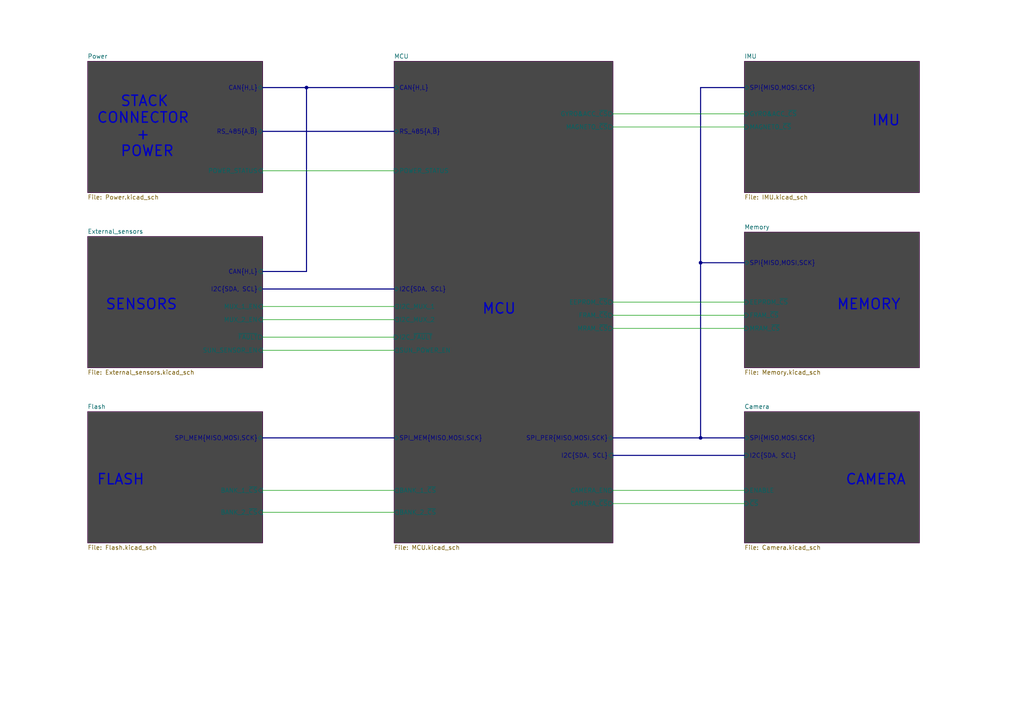
<source format=kicad_sch>
(kicad_sch (version 20211123) (generator eeschema)
  (paper "A4")
  (title_block (title "BUTCube - Flight controller") (date "2022-03-11") (rev "v1.0") (comment 1 "Author: Petr Malaník"))
  (lib_symbols)
  (junction (at 88.9 25.4))
  (junction (at 203.2 127))
  (junction (at 203.2 76.2))
  (wire (pts (xy 177.8 33.02) (xy 215.9 33.02)))
  (bus (pts (xy 177.8 132.08) (xy 215.9 132.08)))
  (bus (pts (xy 203.2 76.2) (xy 203.2 25.4)))
  (bus (pts (xy 88.9 25.4) (xy 88.9 78.74)))
  (bus (pts (xy 203.2 127) (xy 203.2 76.2)))
  (bus (pts (xy 76.2 25.4) (xy 88.9 25.4)))
  (wire (pts (xy 76.2 49.53) (xy 114.3 49.53)))
  (wire (pts (xy 177.8 91.44) (xy 215.9 91.44)))
  (bus (pts (xy 177.8 127) (xy 203.2 127)))
  (wire (pts (xy 177.8 36.83) (xy 215.9 36.83)))
  (wire (pts (xy 76.2 148.59) (xy 114.3 148.59)))
  (wire (pts (xy 76.2 88.9) (xy 114.3 88.9)))
  (bus (pts (xy 88.9 25.4) (xy 114.3 25.4)))
  (bus (pts (xy 76.2 127) (xy 114.3 127)))
  (bus (pts (xy 203.2 76.2) (xy 215.9 76.2)))
  (wire (pts (xy 177.8 95.25) (xy 215.9 95.25)))
  (bus (pts (xy 76.2 38.1) (xy 114.3 38.1)))
  (wire (pts (xy 177.8 87.63) (xy 215.9 87.63)))
  (wire (pts (xy 177.8 146.05) (xy 215.9 146.05)))
  (wire (pts (xy 76.2 142.24) (xy 114.3 142.24)))
  (bus (pts (xy 76.2 83.82) (xy 114.3 83.82)))
  (bus (pts (xy 76.2 78.74) (xy 88.9 78.74)))
  (wire (pts (xy 76.2 92.71) (xy 114.3 92.71)))
  (wire (pts (xy 76.2 101.6) (xy 114.3 101.6)))
  (wire (pts (xy 76.2 97.79) (xy 114.3 97.79)))
  (bus (pts (xy 203.2 25.4) (xy 215.9 25.4)))
  (bus (pts (xy 203.2 127) (xy 215.9 127)))
  (wire (pts (xy 177.8 142.24) (xy 215.9 142.24)))
  (text "MCU" (at 139.7 91.44 0) (effects (font (size 3 3) (thickness 0.4) bold) (justify left bottom)))
  (text "SENSORS" (at 30.48 90.17 0) (effects (font (size 3 3) (thickness 0.4) bold) (justify left bottom)))
  (text "CAMERA" (at 245.11 140.97 0) (effects (font (size 3 3) (thickness 0.4) bold) (justify left bottom)))
  (text "   STACK\nCONNECTOR\n     +\n   POWER" (at 27.94 45.72 0) (effects (font (size 3 3) (thickness 0.4) bold) (justify left bottom)))
  (text "IMU" (at 252.73 36.83 0) (effects (font (size 3 3) (thickness 0.4) bold) (justify left bottom)))
  (text "MEMORY" (at 242.57 90.17 0) (effects (font (size 3 3) (thickness 0.4) bold) (justify left bottom)))
  (text "FLASH" (at 27.94 140.97 0) (effects (font (size 3 3) (thickness 0.4) bold) (justify left bottom)))
  (sheet (at 215.9 119.38) (size 50.8 38.1) (stroke (width 0.1524) (color 72 0 72 1)) (fill (color 72 72 72 1.0000))
    (property "Sheet name" "Camera" (at 215.9 118.6684 0) (effects (justify left bottom)))
    (property "Sheet file" "Camera.kicad_sch" (at 215.9 158.0646 0) (effects (justify left top)))
    (pin "SPI{MISO,MOSI,SCK}" bidirectional (at 215.9 127 180))
    (pin "ENABLE" input (at 215.9 142.24 180))
    (pin "I2C{SDA, SCL}" input (at 215.9 132.08 180))
    (pin "~{CS}" input (at 215.9 146.05 180))
  )
  (sheet (at 215.9 67.31) (size 50.8 39.37) (stroke (width 0.1524) (color 72 0 72 1)) (fill (color 72 72 72 1.0000))
    (property "Sheet name" "Memory" (at 215.9 66.5984 0) (effects (justify left bottom)))
    (property "Sheet file" "Memory.kicad_sch" (at 215.9 107.2646 0) (effects (justify left top)))
    (pin "SPI{MISO,MOSI,SCK}" bidirectional (at 215.9 76.2 180))
    (pin "FRAM_~{CS}" input (at 215.9 91.44 180))
    (pin "MRAM_~{CS}" input (at 215.9 95.25 180))
    (pin "EEPROM_~{CS}" input (at 215.9 87.63 180))
  )
  (sheet (at 25.4 119.38) (size 50.8 38.1) (stroke (width 0.1524) (color 72 0 72 1)) (fill (color 72 72 72 1.0000))
    (property "Sheet name" "Flash" (at 25.4 118.6684 0) (effects (justify left bottom)))
    (property "Sheet file" "Flash.kicad_sch" (at 25.4 158.0646 0) (effects (justify left top)))
    (pin "BANK_1_~{CS}" input (at 76.2 142.24 0))
    (pin "BANK_2_~{CS}" input (at 76.2 148.59 0))
    (pin "SPI_MEM{MISO,MOSI,SCK}" bidirectional (at 76.2 127 0))
  )
  (sheet (at 215.9 17.78) (size 50.8 38.1) (stroke (width 0.1524) (color 72 0 72 1)) (fill (color 72 72 72 1.0000))
    (property "Sheet name" "IMU" (at 215.9 17.0684 0) (effects (justify left bottom)))
    (property "Sheet file" "IMU.kicad_sch" (at 215.9 56.4646 0) (effects (justify left top)))
    (pin "SPI{MISO,MOSI,SCK}" bidirectional (at 215.9 25.4 180))
    (pin "GYRO&ACC_~{CS}" input (at 215.9 33.02 180))
    (pin "MAGNETO_~{CS}" input (at 215.9 36.83 180))
  )
  (sheet (at 114.3 17.78) (size 63.5 139.7) (stroke (width 0.1524) (color 72 0 72 1)) (fill (color 72 72 72 1.0000))
    (property "Sheet name" "MCU" (at 114.3 17.0684 0) (effects (justify left bottom)))
    (property "Sheet file" "MCU.kicad_sch" (at 114.3 158.0646 0) (effects (justify left top)))
    (pin "BANK_1_~{CS}" output (at 114.3 142.24 180))
    (pin "BANK_2_~{CS}" output (at 114.3 148.59 180))
    (pin "SPI_PER{MISO,MOSI,SCK}" bidirectional (at 177.8 127 0))
    (pin "I2C{SDA, SCL}" bidirectional (at 114.3 83.82 180))
    (pin "CAN{H,L}" bidirectional (at 114.3 25.4 180))
    (pin "RS_485{A,~{B}}" bidirectional (at 114.3 38.1 180))
    (pin "I2C_MUX_1" output (at 114.3 88.9 180))
    (pin "I2C_MUX_2" output (at 114.3 92.71 180))
    (pin "EEPROM_~{CS}" output (at 177.8 87.63 0))
    (pin "GYRO&ACC_~{CS}" output (at 177.8 33.02 0))
    (pin "FRAM_~{CS}" output (at 177.8 91.44 0))
    (pin "MRAM_~{CS}" output (at 177.8 95.25 0))
    (pin "MAGNETO_~{CS}" output (at 177.8 36.83 0))
    (pin "SPI_MEM{MISO,MOSI,SCK}" bidirectional (at 114.3 127 180))
    (pin "CAMERA_~{CS}" output (at 177.8 146.05 0))
    (pin "CAMERA_EN" output (at 177.8 142.24 0))
    (pin "I2C_~{FAULT}" input (at 114.3 97.79 180))
    (pin "I2C{SDA, SCL}" input (at 177.8 132.08 0))
    (pin "SUN_POWER_EN" output (at 114.3 101.6 180))
    (pin "POWER_STATUS" input (at 114.3 49.53 180))
  )
  (sheet (at 25.4 68.58) (size 50.8 38.1) (stroke (width 0.1524) (color 72 0 72 1)) (fill (color 72 72 72 1.0000))
    (property "Sheet name" "External_sensors" (at 25.4 67.8684 0) (effects (justify left bottom)))
    (property "Sheet file" "External_sensors.kicad_sch" (at 25.4 107.2646 0) (effects (justify left top)))
    (pin "I2C{SDA, SCL}" bidirectional (at 76.2 83.82 0))
    (pin "~{FAULT}" output (at 76.2 97.79 0))
    (pin "MUX_1_EN" input (at 76.2 88.9 0))
    (pin "MUX_2_EN" input (at 76.2 92.71 0))
    (pin "CAN{H,L}" input (at 76.2 78.74 0))
    (pin "SUN_SENSOR_EN" input (at 76.2 101.6 0))
  )
  (sheet (at 25.4 17.78) (size 50.8 38.1) (stroke (width 0.1524) (color 72 0 72 1)) (fill (color 72 72 72 1.0000))
    (property "Sheet name" "Power" (at 25.4 17.0684 0) (effects (justify left bottom)))
    (property "Sheet file" "Power.kicad_sch" (at 25.4 56.4646 0) (effects (justify left top)))
    (pin "RS_485{A,~{B}}" bidirectional (at 76.2 38.1 0))
    (pin "CAN{H,L}" bidirectional (at 76.2 25.4 0))
    (pin "POWER_STATUS" input (at 76.2 49.53 0))
  )
)
</source>
